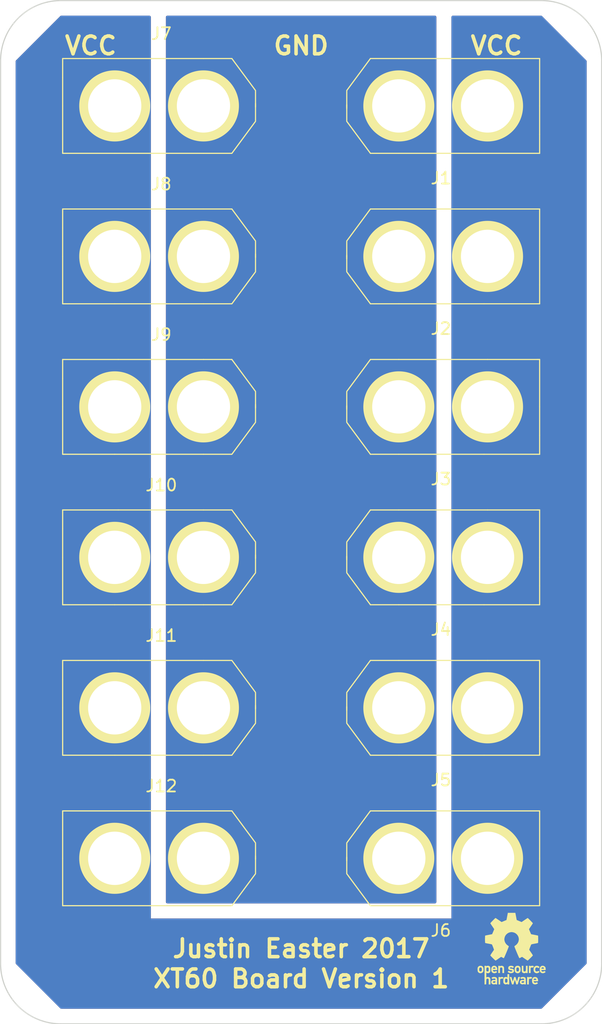
<source format=kicad_pcb>
(kicad_pcb (version 4) (host pcbnew 4.0.7-e2-6376~58~ubuntu16.04.1)

  (general
    (links 22)
    (no_connects 0)
    (area 109.169999 53.289999 165.89762 139.750001)
    (thickness 1.6)
    (drawings 13)
    (tracks 0)
    (zones 0)
    (modules 13)
    (nets 3)
  )

  (page A4)
  (layers
    (0 F.Cu signal)
    (31 B.Cu signal)
    (32 B.Adhes user)
    (33 F.Adhes user)
    (34 B.Paste user)
    (35 F.Paste user)
    (36 B.SilkS user)
    (37 F.SilkS user)
    (38 B.Mask user)
    (39 F.Mask user)
    (40 Dwgs.User user)
    (41 Cmts.User user)
    (42 Eco1.User user)
    (43 Eco2.User user)
    (44 Edge.Cuts user)
    (45 Margin user)
    (46 B.CrtYd user)
    (47 F.CrtYd user)
    (48 B.Fab user)
    (49 F.Fab user)
  )

  (setup
    (last_trace_width 0.25)
    (trace_clearance 0.2)
    (zone_clearance 0.508)
    (zone_45_only no)
    (trace_min 0.2)
    (segment_width 0.2)
    (edge_width 0.1)
    (via_size 0.6)
    (via_drill 0.4)
    (via_min_size 0.4)
    (via_min_drill 0.3)
    (uvia_size 0.3)
    (uvia_drill 0.1)
    (uvias_allowed no)
    (uvia_min_size 0.2)
    (uvia_min_drill 0.1)
    (pcb_text_width 0.3)
    (pcb_text_size 1.5 1.5)
    (mod_edge_width 0.15)
    (mod_text_size 1 1)
    (mod_text_width 0.15)
    (pad_size 1.5 1.5)
    (pad_drill 0.6)
    (pad_to_mask_clearance 0)
    (aux_axis_origin 0 0)
    (visible_elements FFFEFF7F)
    (pcbplotparams
      (layerselection 0x010f0_80000001)
      (usegerberextensions false)
      (excludeedgelayer true)
      (linewidth 0.100000)
      (plotframeref false)
      (viasonmask false)
      (mode 1)
      (useauxorigin false)
      (hpglpennumber 1)
      (hpglpenspeed 20)
      (hpglpendiameter 15)
      (hpglpenoverlay 2)
      (psnegative false)
      (psa4output false)
      (plotreference true)
      (plotvalue true)
      (plotinvisibletext false)
      (padsonsilk false)
      (subtractmaskfromsilk false)
      (outputformat 1)
      (mirror false)
      (drillshape 0)
      (scaleselection 1)
      (outputdirectory ""))
  )

  (net 0 "")
  (net 1 /GND)
  (net 2 /VCC)

  (net_class Default "This is the default net class."
    (clearance 0.2)
    (trace_width 0.25)
    (via_dia 0.6)
    (via_drill 0.4)
    (uvia_dia 0.3)
    (uvia_drill 0.1)
    (add_net /GND)
    (add_net /VCC)
  )

  (module xt60board:XT60 (layer F.Cu) (tedit 572BCE8E) (tstamp 59B72046)
    (at 142.875 62.23)
    (path /59B71E9F)
    (fp_text reference J1 (at 3.556 6.096) (layer F.SilkS)
      (effects (font (size 1 1) (thickness 0.15)))
    )
    (fp_text value XT60 (at 3.2 -5.9) (layer F.Fab)
      (effects (font (size 1 1) (thickness 0.15)))
    )
    (fp_line (start 7.2 4) (end 11.9 4) (layer F.SilkS) (width 0.1))
    (fp_line (start 11.9 4) (end 11.9 2.4) (layer F.SilkS) (width 0.1))
    (fp_line (start 7.5 -4) (end 11.7 -4) (layer F.SilkS) (width 0.1))
    (fp_line (start 11.7 -4) (end 11.8 -4) (layer F.SilkS) (width 0.1))
    (fp_line (start 11.8 -4) (end 11.9 -4) (layer F.SilkS) (width 0.1))
    (fp_line (start 11.9 -4) (end 11.9 0) (layer F.SilkS) (width 0.1))
    (fp_line (start -2.4 4) (end -4.4 1.3) (layer F.SilkS) (width 0.1))
    (fp_line (start -2.4 -4) (end -4.4 -1.3) (layer F.SilkS) (width 0.1))
    (fp_line (start -4.4 0) (end -4.4 1.25) (layer F.SilkS) (width 0.1))
    (fp_line (start -4.4 0) (end -4.4 -1.25) (layer F.SilkS) (width 0.1))
    (fp_line (start 0 4) (end -2.4 4) (layer F.SilkS) (width 0.1))
    (fp_line (start 3 4) (end 0 4) (layer F.SilkS) (width 0.1))
    (fp_line (start 0 -4) (end -2.4 -4) (layer F.SilkS) (width 0.1))
    (fp_line (start 3.1 -4) (end 0 -4) (layer F.SilkS) (width 0.1))
    (fp_line (start -4.4 -0.1) (end -4.4 0.2) (layer F.SilkS) (width 0.1))
    (fp_line (start 11.9 0) (end 11.9 2.4) (layer F.SilkS) (width 0.1))
    (fp_line (start 7.5 -4) (end 3.1 -4) (layer F.SilkS) (width 0.1))
    (fp_line (start 7.2 4) (end 3 4) (layer F.SilkS) (width 0.1))
    (pad 1 thru_hole circle (at 0 0) (size 6 6) (drill 4.5) (layers *.Cu *.Mask F.SilkS)
      (net 1 /GND))
    (pad 2 thru_hole circle (at 7.5 0) (size 6 6) (drill 4.5) (layers *.Cu *.Mask F.SilkS)
      (net 2 /VCC))
  )

  (module xt60board:XT60 (layer F.Cu) (tedit 572BCE8E) (tstamp 59B7204C)
    (at 142.875 74.93)
    (path /59B71F8A)
    (fp_text reference J2 (at 3.556 6.096) (layer F.SilkS)
      (effects (font (size 1 1) (thickness 0.15)))
    )
    (fp_text value XT60 (at 3.2 -5.9) (layer F.Fab)
      (effects (font (size 1 1) (thickness 0.15)))
    )
    (fp_line (start 7.2 4) (end 11.9 4) (layer F.SilkS) (width 0.1))
    (fp_line (start 11.9 4) (end 11.9 2.4) (layer F.SilkS) (width 0.1))
    (fp_line (start 7.5 -4) (end 11.7 -4) (layer F.SilkS) (width 0.1))
    (fp_line (start 11.7 -4) (end 11.8 -4) (layer F.SilkS) (width 0.1))
    (fp_line (start 11.8 -4) (end 11.9 -4) (layer F.SilkS) (width 0.1))
    (fp_line (start 11.9 -4) (end 11.9 0) (layer F.SilkS) (width 0.1))
    (fp_line (start -2.4 4) (end -4.4 1.3) (layer F.SilkS) (width 0.1))
    (fp_line (start -2.4 -4) (end -4.4 -1.3) (layer F.SilkS) (width 0.1))
    (fp_line (start -4.4 0) (end -4.4 1.25) (layer F.SilkS) (width 0.1))
    (fp_line (start -4.4 0) (end -4.4 -1.25) (layer F.SilkS) (width 0.1))
    (fp_line (start 0 4) (end -2.4 4) (layer F.SilkS) (width 0.1))
    (fp_line (start 3 4) (end 0 4) (layer F.SilkS) (width 0.1))
    (fp_line (start 0 -4) (end -2.4 -4) (layer F.SilkS) (width 0.1))
    (fp_line (start 3.1 -4) (end 0 -4) (layer F.SilkS) (width 0.1))
    (fp_line (start -4.4 -0.1) (end -4.4 0.2) (layer F.SilkS) (width 0.1))
    (fp_line (start 11.9 0) (end 11.9 2.4) (layer F.SilkS) (width 0.1))
    (fp_line (start 7.5 -4) (end 3.1 -4) (layer F.SilkS) (width 0.1))
    (fp_line (start 7.2 4) (end 3 4) (layer F.SilkS) (width 0.1))
    (pad 1 thru_hole circle (at 0 0) (size 6 6) (drill 4.5) (layers *.Cu *.Mask F.SilkS)
      (net 1 /GND))
    (pad 2 thru_hole circle (at 7.5 0) (size 6 6) (drill 4.5) (layers *.Cu *.Mask F.SilkS)
      (net 2 /VCC))
  )

  (module xt60board:XT60 (layer F.Cu) (tedit 572BCE8E) (tstamp 59B72052)
    (at 142.875 87.63)
    (path /59B71FDB)
    (fp_text reference J3 (at 3.556 6.096) (layer F.SilkS)
      (effects (font (size 1 1) (thickness 0.15)))
    )
    (fp_text value XT60 (at 3.2 -5.9) (layer F.Fab)
      (effects (font (size 1 1) (thickness 0.15)))
    )
    (fp_line (start 7.2 4) (end 11.9 4) (layer F.SilkS) (width 0.1))
    (fp_line (start 11.9 4) (end 11.9 2.4) (layer F.SilkS) (width 0.1))
    (fp_line (start 7.5 -4) (end 11.7 -4) (layer F.SilkS) (width 0.1))
    (fp_line (start 11.7 -4) (end 11.8 -4) (layer F.SilkS) (width 0.1))
    (fp_line (start 11.8 -4) (end 11.9 -4) (layer F.SilkS) (width 0.1))
    (fp_line (start 11.9 -4) (end 11.9 0) (layer F.SilkS) (width 0.1))
    (fp_line (start -2.4 4) (end -4.4 1.3) (layer F.SilkS) (width 0.1))
    (fp_line (start -2.4 -4) (end -4.4 -1.3) (layer F.SilkS) (width 0.1))
    (fp_line (start -4.4 0) (end -4.4 1.25) (layer F.SilkS) (width 0.1))
    (fp_line (start -4.4 0) (end -4.4 -1.25) (layer F.SilkS) (width 0.1))
    (fp_line (start 0 4) (end -2.4 4) (layer F.SilkS) (width 0.1))
    (fp_line (start 3 4) (end 0 4) (layer F.SilkS) (width 0.1))
    (fp_line (start 0 -4) (end -2.4 -4) (layer F.SilkS) (width 0.1))
    (fp_line (start 3.1 -4) (end 0 -4) (layer F.SilkS) (width 0.1))
    (fp_line (start -4.4 -0.1) (end -4.4 0.2) (layer F.SilkS) (width 0.1))
    (fp_line (start 11.9 0) (end 11.9 2.4) (layer F.SilkS) (width 0.1))
    (fp_line (start 7.5 -4) (end 3.1 -4) (layer F.SilkS) (width 0.1))
    (fp_line (start 7.2 4) (end 3 4) (layer F.SilkS) (width 0.1))
    (pad 1 thru_hole circle (at 0 0) (size 6 6) (drill 4.5) (layers *.Cu *.Mask F.SilkS)
      (net 1 /GND))
    (pad 2 thru_hole circle (at 7.5 0) (size 6 6) (drill 4.5) (layers *.Cu *.Mask F.SilkS)
      (net 2 /VCC))
  )

  (module xt60board:XT60 (layer F.Cu) (tedit 572BCE8E) (tstamp 59B72058)
    (at 142.875 100.33)
    (path /59B72068)
    (fp_text reference J4 (at 3.556 6.096) (layer F.SilkS)
      (effects (font (size 1 1) (thickness 0.15)))
    )
    (fp_text value XT60 (at 3.2 -5.9) (layer F.Fab)
      (effects (font (size 1 1) (thickness 0.15)))
    )
    (fp_line (start 7.2 4) (end 11.9 4) (layer F.SilkS) (width 0.1))
    (fp_line (start 11.9 4) (end 11.9 2.4) (layer F.SilkS) (width 0.1))
    (fp_line (start 7.5 -4) (end 11.7 -4) (layer F.SilkS) (width 0.1))
    (fp_line (start 11.7 -4) (end 11.8 -4) (layer F.SilkS) (width 0.1))
    (fp_line (start 11.8 -4) (end 11.9 -4) (layer F.SilkS) (width 0.1))
    (fp_line (start 11.9 -4) (end 11.9 0) (layer F.SilkS) (width 0.1))
    (fp_line (start -2.4 4) (end -4.4 1.3) (layer F.SilkS) (width 0.1))
    (fp_line (start -2.4 -4) (end -4.4 -1.3) (layer F.SilkS) (width 0.1))
    (fp_line (start -4.4 0) (end -4.4 1.25) (layer F.SilkS) (width 0.1))
    (fp_line (start -4.4 0) (end -4.4 -1.25) (layer F.SilkS) (width 0.1))
    (fp_line (start 0 4) (end -2.4 4) (layer F.SilkS) (width 0.1))
    (fp_line (start 3 4) (end 0 4) (layer F.SilkS) (width 0.1))
    (fp_line (start 0 -4) (end -2.4 -4) (layer F.SilkS) (width 0.1))
    (fp_line (start 3.1 -4) (end 0 -4) (layer F.SilkS) (width 0.1))
    (fp_line (start -4.4 -0.1) (end -4.4 0.2) (layer F.SilkS) (width 0.1))
    (fp_line (start 11.9 0) (end 11.9 2.4) (layer F.SilkS) (width 0.1))
    (fp_line (start 7.5 -4) (end 3.1 -4) (layer F.SilkS) (width 0.1))
    (fp_line (start 7.2 4) (end 3 4) (layer F.SilkS) (width 0.1))
    (pad 1 thru_hole circle (at 0 0) (size 6 6) (drill 4.5) (layers *.Cu *.Mask F.SilkS)
      (net 1 /GND))
    (pad 2 thru_hole circle (at 7.5 0) (size 6 6) (drill 4.5) (layers *.Cu *.Mask F.SilkS)
      (net 2 /VCC))
  )

  (module xt60board:XT60 (layer F.Cu) (tedit 572BCE8E) (tstamp 59B7205E)
    (at 142.875 113.03)
    (path /59B720EB)
    (fp_text reference J5 (at 3.556 6.096) (layer F.SilkS)
      (effects (font (size 1 1) (thickness 0.15)))
    )
    (fp_text value XT60 (at 3.2 -5.9) (layer F.Fab)
      (effects (font (size 1 1) (thickness 0.15)))
    )
    (fp_line (start 7.2 4) (end 11.9 4) (layer F.SilkS) (width 0.1))
    (fp_line (start 11.9 4) (end 11.9 2.4) (layer F.SilkS) (width 0.1))
    (fp_line (start 7.5 -4) (end 11.7 -4) (layer F.SilkS) (width 0.1))
    (fp_line (start 11.7 -4) (end 11.8 -4) (layer F.SilkS) (width 0.1))
    (fp_line (start 11.8 -4) (end 11.9 -4) (layer F.SilkS) (width 0.1))
    (fp_line (start 11.9 -4) (end 11.9 0) (layer F.SilkS) (width 0.1))
    (fp_line (start -2.4 4) (end -4.4 1.3) (layer F.SilkS) (width 0.1))
    (fp_line (start -2.4 -4) (end -4.4 -1.3) (layer F.SilkS) (width 0.1))
    (fp_line (start -4.4 0) (end -4.4 1.25) (layer F.SilkS) (width 0.1))
    (fp_line (start -4.4 0) (end -4.4 -1.25) (layer F.SilkS) (width 0.1))
    (fp_line (start 0 4) (end -2.4 4) (layer F.SilkS) (width 0.1))
    (fp_line (start 3 4) (end 0 4) (layer F.SilkS) (width 0.1))
    (fp_line (start 0 -4) (end -2.4 -4) (layer F.SilkS) (width 0.1))
    (fp_line (start 3.1 -4) (end 0 -4) (layer F.SilkS) (width 0.1))
    (fp_line (start -4.4 -0.1) (end -4.4 0.2) (layer F.SilkS) (width 0.1))
    (fp_line (start 11.9 0) (end 11.9 2.4) (layer F.SilkS) (width 0.1))
    (fp_line (start 7.5 -4) (end 3.1 -4) (layer F.SilkS) (width 0.1))
    (fp_line (start 7.2 4) (end 3 4) (layer F.SilkS) (width 0.1))
    (pad 1 thru_hole circle (at 0 0) (size 6 6) (drill 4.5) (layers *.Cu *.Mask F.SilkS)
      (net 1 /GND))
    (pad 2 thru_hole circle (at 7.5 0) (size 6 6) (drill 4.5) (layers *.Cu *.Mask F.SilkS)
      (net 2 /VCC))
  )

  (module xt60board:XT60 (layer F.Cu) (tedit 572BCE8E) (tstamp 59B72064)
    (at 142.875 125.73)
    (path /59B72162)
    (fp_text reference J6 (at 3.556 6.096) (layer F.SilkS)
      (effects (font (size 1 1) (thickness 0.15)))
    )
    (fp_text value XT60 (at 3.2 -5.9) (layer F.Fab)
      (effects (font (size 1 1) (thickness 0.15)))
    )
    (fp_line (start 7.2 4) (end 11.9 4) (layer F.SilkS) (width 0.1))
    (fp_line (start 11.9 4) (end 11.9 2.4) (layer F.SilkS) (width 0.1))
    (fp_line (start 7.5 -4) (end 11.7 -4) (layer F.SilkS) (width 0.1))
    (fp_line (start 11.7 -4) (end 11.8 -4) (layer F.SilkS) (width 0.1))
    (fp_line (start 11.8 -4) (end 11.9 -4) (layer F.SilkS) (width 0.1))
    (fp_line (start 11.9 -4) (end 11.9 0) (layer F.SilkS) (width 0.1))
    (fp_line (start -2.4 4) (end -4.4 1.3) (layer F.SilkS) (width 0.1))
    (fp_line (start -2.4 -4) (end -4.4 -1.3) (layer F.SilkS) (width 0.1))
    (fp_line (start -4.4 0) (end -4.4 1.25) (layer F.SilkS) (width 0.1))
    (fp_line (start -4.4 0) (end -4.4 -1.25) (layer F.SilkS) (width 0.1))
    (fp_line (start 0 4) (end -2.4 4) (layer F.SilkS) (width 0.1))
    (fp_line (start 3 4) (end 0 4) (layer F.SilkS) (width 0.1))
    (fp_line (start 0 -4) (end -2.4 -4) (layer F.SilkS) (width 0.1))
    (fp_line (start 3.1 -4) (end 0 -4) (layer F.SilkS) (width 0.1))
    (fp_line (start -4.4 -0.1) (end -4.4 0.2) (layer F.SilkS) (width 0.1))
    (fp_line (start 11.9 0) (end 11.9 2.4) (layer F.SilkS) (width 0.1))
    (fp_line (start 7.5 -4) (end 3.1 -4) (layer F.SilkS) (width 0.1))
    (fp_line (start 7.2 4) (end 3 4) (layer F.SilkS) (width 0.1))
    (pad 1 thru_hole circle (at 0 0) (size 6 6) (drill 4.5) (layers *.Cu *.Mask F.SilkS)
      (net 1 /GND))
    (pad 2 thru_hole circle (at 7.5 0) (size 6 6) (drill 4.5) (layers *.Cu *.Mask F.SilkS)
      (net 2 /VCC))
  )

  (module xt60board:XT60 (layer F.Cu) (tedit 572BCE8E) (tstamp 59B7206A)
    (at 126.365 62.23 180)
    (path /59B721E7)
    (fp_text reference J7 (at 3.556 6.096 180) (layer F.SilkS)
      (effects (font (size 1 1) (thickness 0.15)))
    )
    (fp_text value XT60 (at 3.2 -5.9 180) (layer F.Fab)
      (effects (font (size 1 1) (thickness 0.15)))
    )
    (fp_line (start 7.2 4) (end 11.9 4) (layer F.SilkS) (width 0.1))
    (fp_line (start 11.9 4) (end 11.9 2.4) (layer F.SilkS) (width 0.1))
    (fp_line (start 7.5 -4) (end 11.7 -4) (layer F.SilkS) (width 0.1))
    (fp_line (start 11.7 -4) (end 11.8 -4) (layer F.SilkS) (width 0.1))
    (fp_line (start 11.8 -4) (end 11.9 -4) (layer F.SilkS) (width 0.1))
    (fp_line (start 11.9 -4) (end 11.9 0) (layer F.SilkS) (width 0.1))
    (fp_line (start -2.4 4) (end -4.4 1.3) (layer F.SilkS) (width 0.1))
    (fp_line (start -2.4 -4) (end -4.4 -1.3) (layer F.SilkS) (width 0.1))
    (fp_line (start -4.4 0) (end -4.4 1.25) (layer F.SilkS) (width 0.1))
    (fp_line (start -4.4 0) (end -4.4 -1.25) (layer F.SilkS) (width 0.1))
    (fp_line (start 0 4) (end -2.4 4) (layer F.SilkS) (width 0.1))
    (fp_line (start 3 4) (end 0 4) (layer F.SilkS) (width 0.1))
    (fp_line (start 0 -4) (end -2.4 -4) (layer F.SilkS) (width 0.1))
    (fp_line (start 3.1 -4) (end 0 -4) (layer F.SilkS) (width 0.1))
    (fp_line (start -4.4 -0.1) (end -4.4 0.2) (layer F.SilkS) (width 0.1))
    (fp_line (start 11.9 0) (end 11.9 2.4) (layer F.SilkS) (width 0.1))
    (fp_line (start 7.5 -4) (end 3.1 -4) (layer F.SilkS) (width 0.1))
    (fp_line (start 7.2 4) (end 3 4) (layer F.SilkS) (width 0.1))
    (pad 1 thru_hole circle (at 0 0 180) (size 6 6) (drill 4.5) (layers *.Cu *.Mask F.SilkS)
      (net 1 /GND))
    (pad 2 thru_hole circle (at 7.5 0 180) (size 6 6) (drill 4.5) (layers *.Cu *.Mask F.SilkS)
      (net 2 /VCC))
  )

  (module xt60board:XT60 (layer F.Cu) (tedit 572BCE8E) (tstamp 59B72070)
    (at 126.365 74.93 180)
    (path /59B72363)
    (fp_text reference J8 (at 3.556 6.096 180) (layer F.SilkS)
      (effects (font (size 1 1) (thickness 0.15)))
    )
    (fp_text value XT60 (at 3.2 -5.9 180) (layer F.Fab)
      (effects (font (size 1 1) (thickness 0.15)))
    )
    (fp_line (start 7.2 4) (end 11.9 4) (layer F.SilkS) (width 0.1))
    (fp_line (start 11.9 4) (end 11.9 2.4) (layer F.SilkS) (width 0.1))
    (fp_line (start 7.5 -4) (end 11.7 -4) (layer F.SilkS) (width 0.1))
    (fp_line (start 11.7 -4) (end 11.8 -4) (layer F.SilkS) (width 0.1))
    (fp_line (start 11.8 -4) (end 11.9 -4) (layer F.SilkS) (width 0.1))
    (fp_line (start 11.9 -4) (end 11.9 0) (layer F.SilkS) (width 0.1))
    (fp_line (start -2.4 4) (end -4.4 1.3) (layer F.SilkS) (width 0.1))
    (fp_line (start -2.4 -4) (end -4.4 -1.3) (layer F.SilkS) (width 0.1))
    (fp_line (start -4.4 0) (end -4.4 1.25) (layer F.SilkS) (width 0.1))
    (fp_line (start -4.4 0) (end -4.4 -1.25) (layer F.SilkS) (width 0.1))
    (fp_line (start 0 4) (end -2.4 4) (layer F.SilkS) (width 0.1))
    (fp_line (start 3 4) (end 0 4) (layer F.SilkS) (width 0.1))
    (fp_line (start 0 -4) (end -2.4 -4) (layer F.SilkS) (width 0.1))
    (fp_line (start 3.1 -4) (end 0 -4) (layer F.SilkS) (width 0.1))
    (fp_line (start -4.4 -0.1) (end -4.4 0.2) (layer F.SilkS) (width 0.1))
    (fp_line (start 11.9 0) (end 11.9 2.4) (layer F.SilkS) (width 0.1))
    (fp_line (start 7.5 -4) (end 3.1 -4) (layer F.SilkS) (width 0.1))
    (fp_line (start 7.2 4) (end 3 4) (layer F.SilkS) (width 0.1))
    (pad 1 thru_hole circle (at 0 0 180) (size 6 6) (drill 4.5) (layers *.Cu *.Mask F.SilkS)
      (net 1 /GND))
    (pad 2 thru_hole circle (at 7.5 0 180) (size 6 6) (drill 4.5) (layers *.Cu *.Mask F.SilkS)
      (net 2 /VCC))
  )

  (module xt60board:XT60 (layer F.Cu) (tedit 572BCE8E) (tstamp 59B72076)
    (at 126.365 87.63 180)
    (path /59B723D8)
    (fp_text reference J9 (at 3.556 6.096 180) (layer F.SilkS)
      (effects (font (size 1 1) (thickness 0.15)))
    )
    (fp_text value XT60 (at 3.2 -5.9 180) (layer F.Fab)
      (effects (font (size 1 1) (thickness 0.15)))
    )
    (fp_line (start 7.2 4) (end 11.9 4) (layer F.SilkS) (width 0.1))
    (fp_line (start 11.9 4) (end 11.9 2.4) (layer F.SilkS) (width 0.1))
    (fp_line (start 7.5 -4) (end 11.7 -4) (layer F.SilkS) (width 0.1))
    (fp_line (start 11.7 -4) (end 11.8 -4) (layer F.SilkS) (width 0.1))
    (fp_line (start 11.8 -4) (end 11.9 -4) (layer F.SilkS) (width 0.1))
    (fp_line (start 11.9 -4) (end 11.9 0) (layer F.SilkS) (width 0.1))
    (fp_line (start -2.4 4) (end -4.4 1.3) (layer F.SilkS) (width 0.1))
    (fp_line (start -2.4 -4) (end -4.4 -1.3) (layer F.SilkS) (width 0.1))
    (fp_line (start -4.4 0) (end -4.4 1.25) (layer F.SilkS) (width 0.1))
    (fp_line (start -4.4 0) (end -4.4 -1.25) (layer F.SilkS) (width 0.1))
    (fp_line (start 0 4) (end -2.4 4) (layer F.SilkS) (width 0.1))
    (fp_line (start 3 4) (end 0 4) (layer F.SilkS) (width 0.1))
    (fp_line (start 0 -4) (end -2.4 -4) (layer F.SilkS) (width 0.1))
    (fp_line (start 3.1 -4) (end 0 -4) (layer F.SilkS) (width 0.1))
    (fp_line (start -4.4 -0.1) (end -4.4 0.2) (layer F.SilkS) (width 0.1))
    (fp_line (start 11.9 0) (end 11.9 2.4) (layer F.SilkS) (width 0.1))
    (fp_line (start 7.5 -4) (end 3.1 -4) (layer F.SilkS) (width 0.1))
    (fp_line (start 7.2 4) (end 3 4) (layer F.SilkS) (width 0.1))
    (pad 1 thru_hole circle (at 0 0 180) (size 6 6) (drill 4.5) (layers *.Cu *.Mask F.SilkS)
      (net 1 /GND))
    (pad 2 thru_hole circle (at 7.5 0 180) (size 6 6) (drill 4.5) (layers *.Cu *.Mask F.SilkS)
      (net 2 /VCC))
  )

  (module xt60board:XT60 (layer F.Cu) (tedit 572BCE8E) (tstamp 59B7207C)
    (at 126.365 100.33 180)
    (path /59B72471)
    (fp_text reference J10 (at 3.556 6.096 180) (layer F.SilkS)
      (effects (font (size 1 1) (thickness 0.15)))
    )
    (fp_text value XT60 (at 3.2 -5.9 180) (layer F.Fab)
      (effects (font (size 1 1) (thickness 0.15)))
    )
    (fp_line (start 7.2 4) (end 11.9 4) (layer F.SilkS) (width 0.1))
    (fp_line (start 11.9 4) (end 11.9 2.4) (layer F.SilkS) (width 0.1))
    (fp_line (start 7.5 -4) (end 11.7 -4) (layer F.SilkS) (width 0.1))
    (fp_line (start 11.7 -4) (end 11.8 -4) (layer F.SilkS) (width 0.1))
    (fp_line (start 11.8 -4) (end 11.9 -4) (layer F.SilkS) (width 0.1))
    (fp_line (start 11.9 -4) (end 11.9 0) (layer F.SilkS) (width 0.1))
    (fp_line (start -2.4 4) (end -4.4 1.3) (layer F.SilkS) (width 0.1))
    (fp_line (start -2.4 -4) (end -4.4 -1.3) (layer F.SilkS) (width 0.1))
    (fp_line (start -4.4 0) (end -4.4 1.25) (layer F.SilkS) (width 0.1))
    (fp_line (start -4.4 0) (end -4.4 -1.25) (layer F.SilkS) (width 0.1))
    (fp_line (start 0 4) (end -2.4 4) (layer F.SilkS) (width 0.1))
    (fp_line (start 3 4) (end 0 4) (layer F.SilkS) (width 0.1))
    (fp_line (start 0 -4) (end -2.4 -4) (layer F.SilkS) (width 0.1))
    (fp_line (start 3.1 -4) (end 0 -4) (layer F.SilkS) (width 0.1))
    (fp_line (start -4.4 -0.1) (end -4.4 0.2) (layer F.SilkS) (width 0.1))
    (fp_line (start 11.9 0) (end 11.9 2.4) (layer F.SilkS) (width 0.1))
    (fp_line (start 7.5 -4) (end 3.1 -4) (layer F.SilkS) (width 0.1))
    (fp_line (start 7.2 4) (end 3 4) (layer F.SilkS) (width 0.1))
    (pad 1 thru_hole circle (at 0 0 180) (size 6 6) (drill 4.5) (layers *.Cu *.Mask F.SilkS)
      (net 1 /GND))
    (pad 2 thru_hole circle (at 7.5 0 180) (size 6 6) (drill 4.5) (layers *.Cu *.Mask F.SilkS)
      (net 2 /VCC))
  )

  (module xt60board:XT60 (layer F.Cu) (tedit 572BCE8E) (tstamp 59B72082)
    (at 126.365 113.03 180)
    (path /59B72528)
    (fp_text reference J11 (at 3.556 6.096 180) (layer F.SilkS)
      (effects (font (size 1 1) (thickness 0.15)))
    )
    (fp_text value XT60 (at 3.2 -5.9 180) (layer F.Fab)
      (effects (font (size 1 1) (thickness 0.15)))
    )
    (fp_line (start 7.2 4) (end 11.9 4) (layer F.SilkS) (width 0.1))
    (fp_line (start 11.9 4) (end 11.9 2.4) (layer F.SilkS) (width 0.1))
    (fp_line (start 7.5 -4) (end 11.7 -4) (layer F.SilkS) (width 0.1))
    (fp_line (start 11.7 -4) (end 11.8 -4) (layer F.SilkS) (width 0.1))
    (fp_line (start 11.8 -4) (end 11.9 -4) (layer F.SilkS) (width 0.1))
    (fp_line (start 11.9 -4) (end 11.9 0) (layer F.SilkS) (width 0.1))
    (fp_line (start -2.4 4) (end -4.4 1.3) (layer F.SilkS) (width 0.1))
    (fp_line (start -2.4 -4) (end -4.4 -1.3) (layer F.SilkS) (width 0.1))
    (fp_line (start -4.4 0) (end -4.4 1.25) (layer F.SilkS) (width 0.1))
    (fp_line (start -4.4 0) (end -4.4 -1.25) (layer F.SilkS) (width 0.1))
    (fp_line (start 0 4) (end -2.4 4) (layer F.SilkS) (width 0.1))
    (fp_line (start 3 4) (end 0 4) (layer F.SilkS) (width 0.1))
    (fp_line (start 0 -4) (end -2.4 -4) (layer F.SilkS) (width 0.1))
    (fp_line (start 3.1 -4) (end 0 -4) (layer F.SilkS) (width 0.1))
    (fp_line (start -4.4 -0.1) (end -4.4 0.2) (layer F.SilkS) (width 0.1))
    (fp_line (start 11.9 0) (end 11.9 2.4) (layer F.SilkS) (width 0.1))
    (fp_line (start 7.5 -4) (end 3.1 -4) (layer F.SilkS) (width 0.1))
    (fp_line (start 7.2 4) (end 3 4) (layer F.SilkS) (width 0.1))
    (pad 1 thru_hole circle (at 0 0 180) (size 6 6) (drill 4.5) (layers *.Cu *.Mask F.SilkS)
      (net 1 /GND))
    (pad 2 thru_hole circle (at 7.5 0 180) (size 6 6) (drill 4.5) (layers *.Cu *.Mask F.SilkS)
      (net 2 /VCC))
  )

  (module xt60board:XT60 (layer F.Cu) (tedit 572BCE8E) (tstamp 59B72088)
    (at 126.365 125.73 180)
    (path /59B725A3)
    (fp_text reference J12 (at 3.556 6.096 180) (layer F.SilkS)
      (effects (font (size 1 1) (thickness 0.15)))
    )
    (fp_text value XT60 (at 3.2 -5.9 180) (layer F.Fab)
      (effects (font (size 1 1) (thickness 0.15)))
    )
    (fp_line (start 7.2 4) (end 11.9 4) (layer F.SilkS) (width 0.1))
    (fp_line (start 11.9 4) (end 11.9 2.4) (layer F.SilkS) (width 0.1))
    (fp_line (start 7.5 -4) (end 11.7 -4) (layer F.SilkS) (width 0.1))
    (fp_line (start 11.7 -4) (end 11.8 -4) (layer F.SilkS) (width 0.1))
    (fp_line (start 11.8 -4) (end 11.9 -4) (layer F.SilkS) (width 0.1))
    (fp_line (start 11.9 -4) (end 11.9 0) (layer F.SilkS) (width 0.1))
    (fp_line (start -2.4 4) (end -4.4 1.3) (layer F.SilkS) (width 0.1))
    (fp_line (start -2.4 -4) (end -4.4 -1.3) (layer F.SilkS) (width 0.1))
    (fp_line (start -4.4 0) (end -4.4 1.25) (layer F.SilkS) (width 0.1))
    (fp_line (start -4.4 0) (end -4.4 -1.25) (layer F.SilkS) (width 0.1))
    (fp_line (start 0 4) (end -2.4 4) (layer F.SilkS) (width 0.1))
    (fp_line (start 3 4) (end 0 4) (layer F.SilkS) (width 0.1))
    (fp_line (start 0 -4) (end -2.4 -4) (layer F.SilkS) (width 0.1))
    (fp_line (start 3.1 -4) (end 0 -4) (layer F.SilkS) (width 0.1))
    (fp_line (start -4.4 -0.1) (end -4.4 0.2) (layer F.SilkS) (width 0.1))
    (fp_line (start 11.9 0) (end 11.9 2.4) (layer F.SilkS) (width 0.1))
    (fp_line (start 7.5 -4) (end 3.1 -4) (layer F.SilkS) (width 0.1))
    (fp_line (start 7.2 4) (end 3 4) (layer F.SilkS) (width 0.1))
    (pad 1 thru_hole circle (at 0 0 180) (size 6 6) (drill 4.5) (layers *.Cu *.Mask F.SilkS)
      (net 1 /GND))
    (pad 2 thru_hole circle (at 7.5 0 180) (size 6 6) (drill 4.5) (layers *.Cu *.Mask F.SilkS)
      (net 2 /VCC))
  )

  (module Symbols:OSHW-Logo_5.7x6mm_SilkScreen (layer F.Cu) (tedit 0) (tstamp 59B72E77)
    (at 152.4 133.35)
    (descr "Open Source Hardware Logo")
    (tags "Logo OSHW")
    (attr virtual)
    (fp_text reference REF*** (at 0 0) (layer F.SilkS) hide
      (effects (font (size 1 1) (thickness 0.15)))
    )
    (fp_text value OSHW-Logo_5.7x6mm_SilkScreen (at 0.75 0) (layer F.Fab) hide
      (effects (font (size 1 1) (thickness 0.15)))
    )
    (fp_poly (pts (xy -1.908759 1.469184) (xy -1.882247 1.482282) (xy -1.849553 1.505106) (xy -1.825725 1.529996)
      (xy -1.809406 1.561249) (xy -1.79924 1.603166) (xy -1.793872 1.660044) (xy -1.791944 1.736184)
      (xy -1.791831 1.768917) (xy -1.792161 1.840656) (xy -1.793527 1.891927) (xy -1.7965 1.927404)
      (xy -1.801649 1.951763) (xy -1.809543 1.96968) (xy -1.817757 1.981902) (xy -1.870187 2.033905)
      (xy -1.93193 2.065184) (xy -1.998536 2.074592) (xy -2.065558 2.06098) (xy -2.086792 2.051354)
      (xy -2.137624 2.024859) (xy -2.137624 2.440052) (xy -2.100525 2.420868) (xy -2.051643 2.406025)
      (xy -1.991561 2.402222) (xy -1.931564 2.409243) (xy -1.886256 2.425013) (xy -1.848675 2.455047)
      (xy -1.816564 2.498024) (xy -1.81415 2.502436) (xy -1.803967 2.523221) (xy -1.79653 2.54417)
      (xy -1.791411 2.569548) (xy -1.788181 2.603618) (xy -1.786413 2.650641) (xy -1.785677 2.714882)
      (xy -1.785544 2.787176) (xy -1.785544 3.017822) (xy -1.923861 3.017822) (xy -1.923861 2.592533)
      (xy -1.962549 2.559979) (xy -2.002738 2.53394) (xy -2.040797 2.529205) (xy -2.079066 2.541389)
      (xy -2.099462 2.55332) (xy -2.114642 2.570313) (xy -2.125438 2.595995) (xy -2.132683 2.633991)
      (xy -2.137208 2.687926) (xy -2.139844 2.761425) (xy -2.140772 2.810347) (xy -2.143911 3.011535)
      (xy -2.209926 3.015336) (xy -2.27594 3.019136) (xy -2.27594 1.77065) (xy -2.137624 1.77065)
      (xy -2.134097 1.840254) (xy -2.122215 1.888569) (xy -2.10002 1.918631) (xy -2.065559 1.933471)
      (xy -2.030742 1.936436) (xy -1.991329 1.933028) (xy -1.965171 1.919617) (xy -1.948814 1.901896)
      (xy -1.935937 1.882835) (xy -1.928272 1.861601) (xy -1.924861 1.831849) (xy -1.924749 1.787236)
      (xy -1.925897 1.74988) (xy -1.928532 1.693604) (xy -1.932456 1.656658) (xy -1.939063 1.633223)
      (xy -1.949749 1.61748) (xy -1.959833 1.60838) (xy -2.00197 1.588537) (xy -2.05184 1.585332)
      (xy -2.080476 1.592168) (xy -2.108828 1.616464) (xy -2.127609 1.663728) (xy -2.136712 1.733624)
      (xy -2.137624 1.77065) (xy -2.27594 1.77065) (xy -2.27594 1.458614) (xy -2.206782 1.458614)
      (xy -2.16526 1.460256) (xy -2.143838 1.466087) (xy -2.137626 1.477461) (xy -2.137624 1.477798)
      (xy -2.134742 1.488938) (xy -2.12203 1.487673) (xy -2.096757 1.475433) (xy -2.037869 1.456707)
      (xy -1.971615 1.454739) (xy -1.908759 1.469184)) (layer F.SilkS) (width 0.01))
    (fp_poly (pts (xy -1.38421 2.406555) (xy -1.325055 2.422339) (xy -1.280023 2.450948) (xy -1.248246 2.488419)
      (xy -1.238366 2.504411) (xy -1.231073 2.521163) (xy -1.225974 2.542592) (xy -1.222679 2.572616)
      (xy -1.220797 2.615154) (xy -1.219937 2.674122) (xy -1.219707 2.75344) (xy -1.219703 2.774484)
      (xy -1.219703 3.017822) (xy -1.280059 3.017822) (xy -1.318557 3.015126) (xy -1.347023 3.008295)
      (xy -1.354155 3.004083) (xy -1.373652 2.996813) (xy -1.393566 3.004083) (xy -1.426353 3.01316)
      (xy -1.473978 3.016813) (xy -1.526764 3.015228) (xy -1.575036 3.008589) (xy -1.603218 3.000072)
      (xy -1.657753 2.965063) (xy -1.691835 2.916479) (xy -1.707157 2.851882) (xy -1.707299 2.850223)
      (xy -1.705955 2.821566) (xy -1.584356 2.821566) (xy -1.573726 2.854161) (xy -1.55641 2.872505)
      (xy -1.521652 2.886379) (xy -1.475773 2.891917) (xy -1.428988 2.889191) (xy -1.391514 2.878274)
      (xy -1.381015 2.871269) (xy -1.362668 2.838904) (xy -1.35802 2.802111) (xy -1.35802 2.753763)
      (xy -1.427582 2.753763) (xy -1.493667 2.75885) (xy -1.543764 2.773263) (xy -1.574929 2.795729)
      (xy -1.584356 2.821566) (xy -1.705955 2.821566) (xy -1.703987 2.779647) (xy -1.68071 2.723845)
      (xy -1.636948 2.681647) (xy -1.630899 2.677808) (xy -1.604907 2.665309) (xy -1.572735 2.65774)
      (xy -1.52776 2.654061) (xy -1.474331 2.653216) (xy -1.35802 2.653169) (xy -1.35802 2.604411)
      (xy -1.362953 2.566581) (xy -1.375543 2.541236) (xy -1.377017 2.539887) (xy -1.405034 2.5288)
      (xy -1.447326 2.524503) (xy -1.494064 2.526615) (xy -1.535418 2.534756) (xy -1.559957 2.546965)
      (xy -1.573253 2.556746) (xy -1.587294 2.558613) (xy -1.606671 2.5506) (xy -1.635976 2.530739)
      (xy -1.679803 2.497063) (xy -1.683825 2.493909) (xy -1.681764 2.482236) (xy -1.664568 2.462822)
      (xy -1.638433 2.441248) (xy -1.609552 2.423096) (xy -1.600478 2.418809) (xy -1.56738 2.410256)
      (xy -1.51888 2.404155) (xy -1.464695 2.401708) (xy -1.462161 2.401703) (xy -1.38421 2.406555)) (layer F.SilkS) (width 0.01))
    (fp_poly (pts (xy -0.993356 2.40302) (xy -0.974539 2.40866) (xy -0.968473 2.421053) (xy -0.968218 2.426647)
      (xy -0.967129 2.44223) (xy -0.959632 2.444676) (xy -0.939381 2.433993) (xy -0.927351 2.426694)
      (xy -0.8894 2.411063) (xy -0.844072 2.403334) (xy -0.796544 2.40274) (xy -0.751995 2.408513)
      (xy -0.715602 2.419884) (xy -0.692543 2.436088) (xy -0.687996 2.456355) (xy -0.690291 2.461843)
      (xy -0.70702 2.484626) (xy -0.732963 2.512647) (xy -0.737655 2.517177) (xy -0.762383 2.538005)
      (xy -0.783718 2.544735) (xy -0.813555 2.540038) (xy -0.825508 2.536917) (xy -0.862705 2.529421)
      (xy -0.888859 2.532792) (xy -0.910946 2.544681) (xy -0.931178 2.560635) (xy -0.946079 2.5807)
      (xy -0.956434 2.608702) (xy -0.963029 2.648467) (xy -0.966649 2.703823) (xy -0.968078 2.778594)
      (xy -0.968218 2.82374) (xy -0.968218 3.017822) (xy -1.09396 3.017822) (xy -1.09396 2.401683)
      (xy -1.031089 2.401683) (xy -0.993356 2.40302)) (layer F.SilkS) (width 0.01))
    (fp_poly (pts (xy -0.201188 3.017822) (xy -0.270346 3.017822) (xy -0.310488 3.016645) (xy -0.331394 3.011772)
      (xy -0.338922 3.001186) (xy -0.339505 2.994029) (xy -0.340774 2.979676) (xy -0.348779 2.976923)
      (xy -0.369815 2.985771) (xy -0.386173 2.994029) (xy -0.448977 3.013597) (xy -0.517248 3.014729)
      (xy -0.572752 3.000135) (xy -0.624438 2.964877) (xy -0.663838 2.912835) (xy -0.685413 2.85145)
      (xy -0.685962 2.848018) (xy -0.689167 2.810571) (xy -0.690761 2.756813) (xy -0.690633 2.716155)
      (xy -0.553279 2.716155) (xy -0.550097 2.770194) (xy -0.542859 2.814735) (xy -0.53306 2.839888)
      (xy -0.495989 2.87426) (xy -0.451974 2.886582) (xy -0.406584 2.876618) (xy -0.367797 2.846895)
      (xy -0.353108 2.826905) (xy -0.344519 2.80305) (xy -0.340496 2.76823) (xy -0.339505 2.71593)
      (xy -0.341278 2.664139) (xy -0.345963 2.618634) (xy -0.352603 2.588181) (xy -0.35371 2.585452)
      (xy -0.380491 2.553) (xy -0.419579 2.535183) (xy -0.463315 2.532306) (xy -0.504038 2.544674)
      (xy -0.534087 2.572593) (xy -0.537204 2.578148) (xy -0.546961 2.612022) (xy -0.552277 2.660728)
      (xy -0.553279 2.716155) (xy -0.690633 2.716155) (xy -0.690568 2.69554) (xy -0.689664 2.662563)
      (xy -0.683514 2.580981) (xy -0.670733 2.51973) (xy -0.649471 2.474449) (xy -0.617878 2.440779)
      (xy -0.587207 2.421014) (xy -0.544354 2.40712) (xy -0.491056 2.402354) (xy -0.43648 2.406236)
      (xy -0.389792 2.418282) (xy -0.365124 2.432693) (xy -0.339505 2.455878) (xy -0.339505 2.162773)
      (xy -0.201188 2.162773) (xy -0.201188 3.017822)) (layer F.SilkS) (width 0.01))
    (fp_poly (pts (xy 0.281524 2.404237) (xy 0.331255 2.407971) (xy 0.461291 2.797773) (xy 0.481678 2.728614)
      (xy 0.493946 2.685874) (xy 0.510085 2.628115) (xy 0.527512 2.564625) (xy 0.536726 2.53057)
      (xy 0.571388 2.401683) (xy 0.714391 2.401683) (xy 0.671646 2.536857) (xy 0.650596 2.603342)
      (xy 0.625167 2.683539) (xy 0.59861 2.767193) (xy 0.574902 2.841782) (xy 0.520902 3.011535)
      (xy 0.462598 3.015328) (xy 0.404295 3.019122) (xy 0.372679 2.914734) (xy 0.353182 2.849889)
      (xy 0.331904 2.7784) (xy 0.313308 2.715263) (xy 0.312574 2.71275) (xy 0.298684 2.669969)
      (xy 0.286429 2.640779) (xy 0.277846 2.629741) (xy 0.276082 2.631018) (xy 0.269891 2.64813)
      (xy 0.258128 2.684787) (xy 0.242225 2.736378) (xy 0.223614 2.798294) (xy 0.213543 2.832352)
      (xy 0.159007 3.017822) (xy 0.043264 3.017822) (xy -0.049263 2.725471) (xy -0.075256 2.643462)
      (xy -0.098934 2.568987) (xy -0.11918 2.505544) (xy -0.134874 2.456632) (xy -0.144898 2.425749)
      (xy -0.147945 2.416726) (xy -0.145533 2.407487) (xy -0.126592 2.403441) (xy -0.087177 2.403846)
      (xy -0.081007 2.404152) (xy -0.007914 2.407971) (xy 0.039957 2.58401) (xy 0.057553 2.648211)
      (xy 0.073277 2.704649) (xy 0.085746 2.748422) (xy 0.093574 2.77463) (xy 0.09502 2.778903)
      (xy 0.101014 2.77399) (xy 0.113101 2.748532) (xy 0.129893 2.705997) (xy 0.150003 2.64985)
      (xy 0.167003 2.59913) (xy 0.231794 2.400504) (xy 0.281524 2.404237)) (layer F.SilkS) (width 0.01))
    (fp_poly (pts (xy 1.038411 2.405417) (xy 1.091411 2.41829) (xy 1.106731 2.42511) (xy 1.136428 2.442974)
      (xy 1.15922 2.463093) (xy 1.176083 2.488962) (xy 1.187998 2.524073) (xy 1.195942 2.57192)
      (xy 1.200894 2.635996) (xy 1.203831 2.719794) (xy 1.204947 2.775768) (xy 1.209052 3.017822)
      (xy 1.138932 3.017822) (xy 1.096393 3.016038) (xy 1.074476 3.009942) (xy 1.068812 2.999706)
      (xy 1.065821 2.988637) (xy 1.052451 2.990754) (xy 1.034233 2.999629) (xy 0.988624 3.013233)
      (xy 0.930007 3.016899) (xy 0.868354 3.010903) (xy 0.813638 2.995521) (xy 0.80873 2.993386)
      (xy 0.758723 2.958255) (xy 0.725756 2.909419) (xy 0.710587 2.852333) (xy 0.711746 2.831824)
      (xy 0.835508 2.831824) (xy 0.846413 2.859425) (xy 0.878745 2.879204) (xy 0.93091 2.889819)
      (xy 0.958787 2.891228) (xy 1.005247 2.88762) (xy 1.036129 2.873597) (xy 1.043664 2.866931)
      (xy 1.064076 2.830666) (xy 1.068812 2.797773) (xy 1.068812 2.753763) (xy 1.007513 2.753763)
      (xy 0.936256 2.757395) (xy 0.886276 2.768818) (xy 0.854696 2.788824) (xy 0.847626 2.797743)
      (xy 0.835508 2.831824) (xy 0.711746 2.831824) (xy 0.713971 2.792456) (xy 0.736663 2.735244)
      (xy 0.767624 2.69658) (xy 0.786376 2.679864) (xy 0.804733 2.668878) (xy 0.828619 2.66218)
      (xy 0.863957 2.658326) (xy 0.916669 2.655873) (xy 0.937577 2.655168) (xy 1.068812 2.650879)
      (xy 1.06862 2.611158) (xy 1.063537 2.569405) (xy 1.045162 2.544158) (xy 1.008039 2.52803)
      (xy 1.007043 2.527742) (xy 0.95441 2.5214) (xy 0.902906 2.529684) (xy 0.86463 2.549827)
      (xy 0.849272 2.559773) (xy 0.83273 2.558397) (xy 0.807275 2.543987) (xy 0.792328 2.533817)
      (xy 0.763091 2.512088) (xy 0.74498 2.4958) (xy 0.742074 2.491137) (xy 0.75404 2.467005)
      (xy 0.789396 2.438185) (xy 0.804753 2.428461) (xy 0.848901 2.411714) (xy 0.908398 2.402227)
      (xy 0.974487 2.400095) (xy 1.038411 2.405417)) (layer F.SilkS) (width 0.01))
    (fp_poly (pts (xy 1.635255 2.401486) (xy 1.683595 2.411015) (xy 1.711114 2.425125) (xy 1.740064 2.448568)
      (xy 1.698876 2.500571) (xy 1.673482 2.532064) (xy 1.656238 2.547428) (xy 1.639102 2.549776)
      (xy 1.614027 2.542217) (xy 1.602257 2.537941) (xy 1.55427 2.531631) (xy 1.510324 2.545156)
      (xy 1.47806 2.57571) (xy 1.472819 2.585452) (xy 1.467112 2.611258) (xy 1.462706 2.658817)
      (xy 1.459811 2.724758) (xy 1.458631 2.80571) (xy 1.458614 2.817226) (xy 1.458614 3.017822)
      (xy 1.320297 3.017822) (xy 1.320297 2.401683) (xy 1.389456 2.401683) (xy 1.429333 2.402725)
      (xy 1.450107 2.407358) (xy 1.457789 2.417849) (xy 1.458614 2.427745) (xy 1.458614 2.453806)
      (xy 1.491745 2.427745) (xy 1.529735 2.409965) (xy 1.58077 2.401174) (xy 1.635255 2.401486)) (layer F.SilkS) (width 0.01))
    (fp_poly (pts (xy 2.032581 2.40497) (xy 2.092685 2.420597) (xy 2.143021 2.452848) (xy 2.167393 2.47694)
      (xy 2.207345 2.533895) (xy 2.230242 2.599965) (xy 2.238108 2.681182) (xy 2.238148 2.687748)
      (xy 2.238218 2.753763) (xy 1.858264 2.753763) (xy 1.866363 2.788342) (xy 1.880987 2.819659)
      (xy 1.906581 2.852291) (xy 1.911935 2.8575) (xy 1.957943 2.885694) (xy 2.01041 2.890475)
      (xy 2.070803 2.871926) (xy 2.08104 2.866931) (xy 2.112439 2.851745) (xy 2.13347 2.843094)
      (xy 2.137139 2.842293) (xy 2.149948 2.850063) (xy 2.174378 2.869072) (xy 2.186779 2.87946)
      (xy 2.212476 2.903321) (xy 2.220915 2.919077) (xy 2.215058 2.933571) (xy 2.211928 2.937534)
      (xy 2.190725 2.954879) (xy 2.155738 2.975959) (xy 2.131337 2.988265) (xy 2.062072 3.009946)
      (xy 1.985388 3.016971) (xy 1.912765 3.008647) (xy 1.892426 3.002686) (xy 1.829476 2.968952)
      (xy 1.782815 2.917045) (xy 1.752173 2.846459) (xy 1.737282 2.756692) (xy 1.735647 2.709753)
      (xy 1.740421 2.641413) (xy 1.86099 2.641413) (xy 1.872652 2.646465) (xy 1.903998 2.650429)
      (xy 1.949571 2.652768) (xy 1.980446 2.653169) (xy 2.035981 2.652783) (xy 2.071033 2.650975)
      (xy 2.090262 2.646773) (xy 2.09833 2.639203) (xy 2.099901 2.628218) (xy 2.089121 2.594381)
      (xy 2.06198 2.56094) (xy 2.026277 2.535272) (xy 1.99056 2.524772) (xy 1.942048 2.534086)
      (xy 1.900053 2.561013) (xy 1.870936 2.599827) (xy 1.86099 2.641413) (xy 1.740421 2.641413)
      (xy 1.742599 2.610236) (xy 1.764055 2.530949) (xy 1.80047 2.471263) (xy 1.852297 2.430549)
      (xy 1.91999 2.408179) (xy 1.956662 2.403871) (xy 2.032581 2.40497)) (layer F.SilkS) (width 0.01))
    (fp_poly (pts (xy -2.538261 1.465148) (xy -2.472479 1.494231) (xy -2.42254 1.542793) (xy -2.388374 1.610908)
      (xy -2.369907 1.698651) (xy -2.368583 1.712351) (xy -2.367546 1.808939) (xy -2.380993 1.893602)
      (xy -2.408108 1.962221) (xy -2.422627 1.984294) (xy -2.473201 2.031011) (xy -2.537609 2.061268)
      (xy -2.609666 2.073824) (xy -2.683185 2.067439) (xy -2.739072 2.047772) (xy -2.787132 2.014629)
      (xy -2.826412 1.971175) (xy -2.827092 1.970158) (xy -2.843044 1.943338) (xy -2.85341 1.916368)
      (xy -2.859688 1.882332) (xy -2.863373 1.83431) (xy -2.864997 1.794931) (xy -2.865672 1.759219)
      (xy -2.739955 1.759219) (xy -2.738726 1.79477) (xy -2.734266 1.842094) (xy -2.726397 1.872465)
      (xy -2.712207 1.894072) (xy -2.698917 1.906694) (xy -2.651802 1.933122) (xy -2.602505 1.936653)
      (xy -2.556593 1.917639) (xy -2.533638 1.896331) (xy -2.517096 1.874859) (xy -2.507421 1.854313)
      (xy -2.503174 1.827574) (xy -2.50292 1.787523) (xy -2.504228 1.750638) (xy -2.507043 1.697947)
      (xy -2.511505 1.663772) (xy -2.519548 1.64148) (xy -2.533103 1.624442) (xy -2.543845 1.614703)
      (xy -2.588777 1.589123) (xy -2.637249 1.587847) (xy -2.677894 1.602999) (xy -2.712567 1.634642)
      (xy -2.733224 1.68662) (xy -2.739955 1.759219) (xy -2.865672 1.759219) (xy -2.866479 1.716621)
      (xy -2.863948 1.658056) (xy -2.856362 1.614007) (xy -2.842681 1.579248) (xy -2.821865 1.548551)
      (xy -2.814147 1.539436) (xy -2.765889 1.494021) (xy -2.714128 1.467493) (xy -2.650828 1.456379)
      (xy -2.619961 1.455471) (xy -2.538261 1.465148)) (layer F.SilkS) (width 0.01))
    (fp_poly (pts (xy -1.356699 1.472614) (xy -1.344168 1.478514) (xy -1.300799 1.510283) (xy -1.25979 1.556646)
      (xy -1.229168 1.607696) (xy -1.220459 1.631166) (xy -1.212512 1.673091) (xy -1.207774 1.723757)
      (xy -1.207199 1.744679) (xy -1.207129 1.810693) (xy -1.587083 1.810693) (xy -1.578983 1.845273)
      (xy -1.559104 1.88617) (xy -1.524347 1.921514) (xy -1.482998 1.944282) (xy -1.456649 1.94901)
      (xy -1.420916 1.943273) (xy -1.378282 1.928882) (xy -1.363799 1.922262) (xy -1.31024 1.895513)
      (xy -1.264533 1.930376) (xy -1.238158 1.953955) (xy -1.224124 1.973417) (xy -1.223414 1.979129)
      (xy -1.235951 1.992973) (xy -1.263428 2.014012) (xy -1.288366 2.030425) (xy -1.355664 2.05993)
      (xy -1.43111 2.073284) (xy -1.505888 2.069812) (xy -1.565495 2.051663) (xy -1.626941 2.012784)
      (xy -1.670608 1.961595) (xy -1.697926 1.895367) (xy -1.710322 1.811371) (xy -1.711421 1.772936)
      (xy -1.707022 1.684861) (xy -1.706482 1.682299) (xy -1.580582 1.682299) (xy -1.577115 1.690558)
      (xy -1.562863 1.695113) (xy -1.53347 1.697065) (xy -1.484575 1.697517) (xy -1.465748 1.697525)
      (xy -1.408467 1.696843) (xy -1.372141 1.694364) (xy -1.352604 1.689443) (xy -1.34569 1.681434)
      (xy -1.345445 1.678862) (xy -1.353336 1.658423) (xy -1.373085 1.629789) (xy -1.381575 1.619763)
      (xy -1.413094 1.591408) (xy -1.445949 1.580259) (xy -1.463651 1.579327) (xy -1.511539 1.590981)
      (xy -1.551699 1.622285) (xy -1.577173 1.667752) (xy -1.577625 1.669233) (xy -1.580582 1.682299)
      (xy -1.706482 1.682299) (xy -1.692392 1.61551) (xy -1.666038 1.560025) (xy -1.633807 1.520639)
      (xy -1.574217 1.477931) (xy -1.504168 1.455109) (xy -1.429661 1.453046) (xy -1.356699 1.472614)) (layer F.SilkS) (width 0.01))
    (fp_poly (pts (xy 0.014017 1.456452) (xy 0.061634 1.465482) (xy 0.111034 1.48437) (xy 0.116312 1.486777)
      (xy 0.153774 1.506476) (xy 0.179717 1.524781) (xy 0.188103 1.536508) (xy 0.180117 1.555632)
      (xy 0.16072 1.58385) (xy 0.15211 1.594384) (xy 0.116628 1.635847) (xy 0.070885 1.608858)
      (xy 0.02735 1.590878) (xy -0.02295 1.581267) (xy -0.071188 1.58066) (xy -0.108533 1.589691)
      (xy -0.117495 1.595327) (xy -0.134563 1.621171) (xy -0.136637 1.650941) (xy -0.123866 1.674197)
      (xy -0.116312 1.678708) (xy -0.093675 1.684309) (xy -0.053885 1.690892) (xy -0.004834 1.697183)
      (xy 0.004215 1.69817) (xy 0.082996 1.711798) (xy 0.140136 1.734946) (xy 0.17803 1.769752)
      (xy 0.199079 1.818354) (xy 0.205635 1.877718) (xy 0.196577 1.945198) (xy 0.167164 1.998188)
      (xy 0.117278 2.036783) (xy 0.0468 2.061081) (xy -0.031435 2.070667) (xy -0.095234 2.070552)
      (xy -0.146984 2.061845) (xy -0.182327 2.049825) (xy -0.226983 2.02888) (xy -0.268253 2.004574)
      (xy -0.282921 1.993876) (xy -0.320643 1.963084) (xy -0.275148 1.917049) (xy -0.229653 1.871013)
      (xy -0.177928 1.905243) (xy -0.126048 1.930952) (xy -0.070649 1.944399) (xy -0.017395 1.945818)
      (xy 0.028049 1.935443) (xy 0.060016 1.913507) (xy 0.070338 1.894998) (xy 0.068789 1.865314)
      (xy 0.04314 1.842615) (xy -0.00654 1.82694) (xy -0.060969 1.819695) (xy -0.144736 1.805873)
      (xy -0.206967 1.779796) (xy -0.248493 1.740699) (xy -0.270147 1.68782) (xy -0.273147 1.625126)
      (xy -0.258329 1.559642) (xy -0.224546 1.510144) (xy -0.171495 1.476408) (xy -0.098874 1.458207)
      (xy -0.045072 1.454639) (xy 0.014017 1.456452)) (layer F.SilkS) (width 0.01))
    (fp_poly (pts (xy 0.610762 1.466055) (xy 0.674363 1.500692) (xy 0.724123 1.555372) (xy 0.747568 1.599842)
      (xy 0.757634 1.639121) (xy 0.764156 1.695116) (xy 0.766951 1.759621) (xy 0.765836 1.824429)
      (xy 0.760626 1.881334) (xy 0.754541 1.911727) (xy 0.734014 1.953306) (xy 0.698463 1.997468)
      (xy 0.655619 2.036087) (xy 0.613211 2.061034) (xy 0.612177 2.06143) (xy 0.559553 2.072331)
      (xy 0.497188 2.072601) (xy 0.437924 2.062676) (xy 0.41504 2.054722) (xy 0.356102 2.0213)
      (xy 0.31389 1.977511) (xy 0.286156 1.919538) (xy 0.270651 1.843565) (xy 0.267143 1.803771)
      (xy 0.26759 1.753766) (xy 0.402376 1.753766) (xy 0.406917 1.826732) (xy 0.419986 1.882334)
      (xy 0.440756 1.917861) (xy 0.455552 1.92802) (xy 0.493464 1.935104) (xy 0.538527 1.933007)
      (xy 0.577487 1.922812) (xy 0.587704 1.917204) (xy 0.614659 1.884538) (xy 0.632451 1.834545)
      (xy 0.640024 1.773705) (xy 0.636325 1.708497) (xy 0.628057 1.669253) (xy 0.60432 1.623805)
      (xy 0.566849 1.595396) (xy 0.52172 1.585573) (xy 0.475011 1.595887) (xy 0.439132 1.621112)
      (xy 0.420277 1.641925) (xy 0.409272 1.662439) (xy 0.404026 1.690203) (xy 0.402449 1.732762)
      (xy 0.402376 1.753766) (xy 0.26759 1.753766) (xy 0.268094 1.69758) (xy 0.285388 1.610501)
      (xy 0.319029 1.54253) (xy 0.369018 1.493664) (xy 0.435356 1.463899) (xy 0.449601 1.460448)
      (xy 0.53521 1.452345) (xy 0.610762 1.466055)) (layer F.SilkS) (width 0.01))
    (fp_poly (pts (xy 0.993367 1.654342) (xy 0.994555 1.746563) (xy 0.998897 1.81661) (xy 1.007558 1.867381)
      (xy 1.021704 1.901772) (xy 1.0425 1.922679) (xy 1.07111 1.933) (xy 1.106535 1.935636)
      (xy 1.143636 1.932682) (xy 1.171818 1.921889) (xy 1.192243 1.90036) (xy 1.206079 1.865199)
      (xy 1.214491 1.81351) (xy 1.218643 1.742394) (xy 1.219703 1.654342) (xy 1.219703 1.458614)
      (xy 1.35802 1.458614) (xy 1.35802 2.062179) (xy 1.288862 2.062179) (xy 1.24717 2.060489)
      (xy 1.225701 2.054556) (xy 1.219703 2.043293) (xy 1.216091 2.033261) (xy 1.201714 2.035383)
      (xy 1.172736 2.04958) (xy 1.106319 2.07148) (xy 1.035875 2.069928) (xy 0.968377 2.046147)
      (xy 0.936233 2.027362) (xy 0.911715 2.007022) (xy 0.893804 1.981573) (xy 0.881479 1.947458)
      (xy 0.873723 1.901121) (xy 0.869516 1.839007) (xy 0.86784 1.757561) (xy 0.867624 1.694578)
      (xy 0.867624 1.458614) (xy 0.993367 1.458614) (xy 0.993367 1.654342)) (layer F.SilkS) (width 0.01))
    (fp_poly (pts (xy 2.217226 1.46388) (xy 2.29008 1.49483) (xy 2.313027 1.509895) (xy 2.342354 1.533048)
      (xy 2.360764 1.551253) (xy 2.363961 1.557183) (xy 2.354935 1.57034) (xy 2.331837 1.592667)
      (xy 2.313344 1.60825) (xy 2.262728 1.648926) (xy 2.22276 1.615295) (xy 2.191874 1.593584)
      (xy 2.161759 1.58609) (xy 2.127292 1.58792) (xy 2.072561 1.601528) (xy 2.034886 1.629772)
      (xy 2.011991 1.675433) (xy 2.001597 1.741289) (xy 2.001595 1.741331) (xy 2.002494 1.814939)
      (xy 2.016463 1.868946) (xy 2.044328 1.905716) (xy 2.063325 1.918168) (xy 2.113776 1.933673)
      (xy 2.167663 1.933683) (xy 2.214546 1.918638) (xy 2.225644 1.911287) (xy 2.253476 1.892511)
      (xy 2.275236 1.889434) (xy 2.298704 1.903409) (xy 2.324649 1.92851) (xy 2.365716 1.97088)
      (xy 2.320121 2.008464) (xy 2.249674 2.050882) (xy 2.170233 2.071785) (xy 2.087215 2.070272)
      (xy 2.032694 2.056411) (xy 1.96897 2.022135) (xy 1.918005 1.968212) (xy 1.894851 1.930149)
      (xy 1.876099 1.875536) (xy 1.866715 1.806369) (xy 1.866643 1.731407) (xy 1.875824 1.659409)
      (xy 1.894199 1.599137) (xy 1.897093 1.592958) (xy 1.939952 1.532351) (xy 1.997979 1.488224)
      (xy 2.066591 1.461493) (xy 2.141201 1.453073) (xy 2.217226 1.46388)) (layer F.SilkS) (width 0.01))
    (fp_poly (pts (xy 2.677898 1.456457) (xy 2.710096 1.464279) (xy 2.771825 1.492921) (xy 2.82461 1.536667)
      (xy 2.861141 1.589117) (xy 2.86616 1.600893) (xy 2.873045 1.63174) (xy 2.877864 1.677371)
      (xy 2.879505 1.723492) (xy 2.879505 1.810693) (xy 2.697178 1.810693) (xy 2.621979 1.810978)
      (xy 2.569003 1.812704) (xy 2.535325 1.817181) (xy 2.51802 1.82572) (xy 2.514163 1.83963)
      (xy 2.520829 1.860222) (xy 2.53277 1.884315) (xy 2.56608 1.924525) (xy 2.612368 1.944558)
      (xy 2.668944 1.943905) (xy 2.733031 1.922101) (xy 2.788417 1.895193) (xy 2.834375 1.931532)
      (xy 2.880333 1.967872) (xy 2.837096 2.007819) (xy 2.779374 2.045563) (xy 2.708386 2.06832)
      (xy 2.632029 2.074688) (xy 2.558199 2.063268) (xy 2.546287 2.059393) (xy 2.481399 2.025506)
      (xy 2.43313 1.974986) (xy 2.400465 1.906325) (xy 2.382385 1.818014) (xy 2.382175 1.816121)
      (xy 2.380556 1.719878) (xy 2.3871 1.685542) (xy 2.514852 1.685542) (xy 2.526584 1.690822)
      (xy 2.558438 1.694867) (xy 2.605397 1.697176) (xy 2.635154 1.697525) (xy 2.690648 1.697306)
      (xy 2.725346 1.695916) (xy 2.743601 1.692251) (xy 2.749766 1.68521) (xy 2.748195 1.67369)
      (xy 2.746878 1.669233) (xy 2.724382 1.627355) (xy 2.689003 1.593604) (xy 2.65778 1.578773)
      (xy 2.616301 1.579668) (xy 2.574269 1.598164) (xy 2.539012 1.628786) (xy 2.517854 1.666062)
      (xy 2.514852 1.685542) (xy 2.3871 1.685542) (xy 2.39669 1.635229) (xy 2.428698 1.564191)
      (xy 2.474701 1.508779) (xy 2.532821 1.471009) (xy 2.60118 1.452896) (xy 2.677898 1.456457)) (layer F.SilkS) (width 0.01))
    (fp_poly (pts (xy -0.754012 1.469002) (xy -0.722717 1.48395) (xy -0.692409 1.505541) (xy -0.669318 1.530391)
      (xy -0.6525 1.562087) (xy -0.641006 1.604214) (xy -0.633891 1.660358) (xy -0.630207 1.734106)
      (xy -0.629008 1.829044) (xy -0.628989 1.838985) (xy -0.628713 2.062179) (xy -0.76703 2.062179)
      (xy -0.76703 1.856418) (xy -0.767128 1.780189) (xy -0.767809 1.724939) (xy -0.769651 1.686501)
      (xy -0.773233 1.660706) (xy -0.779132 1.643384) (xy -0.787927 1.630368) (xy -0.80018 1.617507)
      (xy -0.843047 1.589873) (xy -0.889843 1.584745) (xy -0.934424 1.602217) (xy -0.949928 1.615221)
      (xy -0.96131 1.627447) (xy -0.969481 1.64054) (xy -0.974974 1.658615) (xy -0.97832 1.685787)
      (xy -0.980051 1.72617) (xy -0.980697 1.783879) (xy -0.980792 1.854132) (xy -0.980792 2.062179)
      (xy -1.119109 2.062179) (xy -1.119109 1.458614) (xy -1.04995 1.458614) (xy -1.008428 1.460256)
      (xy -0.987006 1.466087) (xy -0.980795 1.477461) (xy -0.980792 1.477798) (xy -0.97791 1.488938)
      (xy -0.965199 1.487674) (xy -0.939926 1.475434) (xy -0.882605 1.457424) (xy -0.817037 1.455421)
      (xy -0.754012 1.469002)) (layer F.SilkS) (width 0.01))
    (fp_poly (pts (xy 1.79946 1.45803) (xy 1.842711 1.471245) (xy 1.870558 1.487941) (xy 1.879629 1.501145)
      (xy 1.877132 1.516797) (xy 1.860931 1.541385) (xy 1.847232 1.5588) (xy 1.818992 1.590283)
      (xy 1.797775 1.603529) (xy 1.779688 1.602664) (xy 1.726035 1.58901) (xy 1.68663 1.58963)
      (xy 1.654632 1.605104) (xy 1.64389 1.614161) (xy 1.609505 1.646027) (xy 1.609505 2.062179)
      (xy 1.471188 2.062179) (xy 1.471188 1.458614) (xy 1.540347 1.458614) (xy 1.581869 1.460256)
      (xy 1.603291 1.466087) (xy 1.609502 1.477461) (xy 1.609505 1.477798) (xy 1.612439 1.489713)
      (xy 1.625704 1.488159) (xy 1.644084 1.479563) (xy 1.682046 1.463568) (xy 1.712872 1.453945)
      (xy 1.752536 1.451478) (xy 1.79946 1.45803)) (layer F.SilkS) (width 0.01))
    (fp_poly (pts (xy 0.376964 -2.709982) (xy 0.433812 -2.40843) (xy 0.853338 -2.235488) (xy 1.104984 -2.406605)
      (xy 1.175458 -2.45425) (xy 1.239163 -2.49679) (xy 1.293126 -2.532285) (xy 1.334373 -2.55879)
      (xy 1.359934 -2.574364) (xy 1.366895 -2.577722) (xy 1.379435 -2.569086) (xy 1.406231 -2.545208)
      (xy 1.44428 -2.509141) (xy 1.490579 -2.463933) (xy 1.542123 -2.412636) (xy 1.595909 -2.358299)
      (xy 1.648935 -2.303972) (xy 1.698195 -2.252705) (xy 1.740687 -2.207549) (xy 1.773407 -2.171554)
      (xy 1.793351 -2.14777) (xy 1.798119 -2.13981) (xy 1.791257 -2.125135) (xy 1.77202 -2.092986)
      (xy 1.74243 -2.046508) (xy 1.70451 -1.988844) (xy 1.660282 -1.92314) (xy 1.634654 -1.885664)
      (xy 1.587941 -1.817232) (xy 1.546432 -1.75548) (xy 1.51214 -1.703481) (xy 1.48708 -1.664308)
      (xy 1.473264 -1.641035) (xy 1.471188 -1.636145) (xy 1.475895 -1.622245) (xy 1.488723 -1.58985)
      (xy 1.507738 -1.543515) (xy 1.531003 -1.487794) (xy 1.556584 -1.427242) (xy 1.582545 -1.366414)
      (xy 1.60695 -1.309864) (xy 1.627863 -1.262148) (xy 1.643349 -1.227819) (xy 1.651472 -1.211432)
      (xy 1.651952 -1.210788) (xy 1.664707 -1.207659) (xy 1.698677 -1.200679) (xy 1.75034 -1.190533)
      (xy 1.816176 -1.177908) (xy 1.892664 -1.163491) (xy 1.93729 -1.155177) (xy 2.019021 -1.139616)
      (xy 2.092843 -1.124808) (xy 2.155021 -1.111564) (xy 2.201822 -1.100695) (xy 2.229509 -1.093011)
      (xy 2.235074 -1.090573) (xy 2.240526 -1.07407) (xy 2.244924 -1.0368) (xy 2.248272 -0.98312)
      (xy 2.250574 -0.917388) (xy 2.251832 -0.843963) (xy 2.252048 -0.767204) (xy 2.251227 -0.691468)
      (xy 2.249371 -0.621114) (xy 2.246482 -0.5605) (xy 2.242565 -0.513984) (xy 2.237622 -0.485925)
      (xy 2.234657 -0.480084) (xy 2.216934 -0.473083) (xy 2.179381 -0.463073) (xy 2.126964 -0.451231)
      (xy 2.064652 -0.438733) (xy 2.0429 -0.43469) (xy 1.938024 -0.41548) (xy 1.85518 -0.400009)
      (xy 1.79163 -0.387663) (xy 1.744637 -0.377827) (xy 1.711463 -0.369886) (xy 1.689371 -0.363224)
      (xy 1.675624 -0.357227) (xy 1.667484 -0.351281) (xy 1.666345 -0.350106) (xy 1.654977 -0.331174)
      (xy 1.637635 -0.294331) (xy 1.61605 -0.244087) (xy 1.591954 -0.184954) (xy 1.567079 -0.121444)
      (xy 1.543157 -0.058068) (xy 1.521919 0.000662) (xy 1.505097 0.050235) (xy 1.494422 0.086139)
      (xy 1.491627 0.103862) (xy 1.49186 0.104483) (xy 1.501331 0.11897) (xy 1.522818 0.150844)
      (xy 1.554063 0.196789) (xy 1.592807 0.253485) (xy 1.636793 0.317617) (xy 1.649319 0.335842)
      (xy 1.693984 0.401914) (xy 1.733288 0.4622) (xy 1.765088 0.513235) (xy 1.787245 0.55156)
      (xy 1.797617 0.573711) (xy 1.798119 0.576432) (xy 1.789405 0.590736) (xy 1.765325 0.619072)
      (xy 1.728976 0.658396) (xy 1.683453 0.705661) (xy 1.631852 0.757823) (xy 1.577267 0.811835)
      (xy 1.522794 0.864653) (xy 1.471529 0.913231) (xy 1.426567 0.954523) (xy 1.391004 0.985485)
      (xy 1.367935 1.00307) (xy 1.361554 1.005941) (xy 1.346699 0.999178) (xy 1.316286 0.980939)
      (xy 1.275268 0.954297) (xy 1.243709 0.932852) (xy 1.186525 0.893503) (xy 1.118806 0.847171)
      (xy 1.05088 0.800913) (xy 1.014361 0.776155) (xy 0.890752 0.692547) (xy 0.786991 0.74865)
      (xy 0.73972 0.773228) (xy 0.699523 0.792331) (xy 0.672326 0.803227) (xy 0.665402 0.804743)
      (xy 0.657077 0.793549) (xy 0.640654 0.761917) (xy 0.617357 0.712765) (xy 0.588414 0.64901)
      (xy 0.55505 0.573571) (xy 0.518491 0.489364) (xy 0.479964 0.399308) (xy 0.440694 0.306321)
      (xy 0.401908 0.21332) (xy 0.36483 0.123223) (xy 0.330689 0.038948) (xy 0.300708 -0.036587)
      (xy 0.276116 -0.100466) (xy 0.258136 -0.149769) (xy 0.247997 -0.181579) (xy 0.246366 -0.192504)
      (xy 0.259291 -0.206439) (xy 0.287589 -0.22906) (xy 0.325346 -0.255667) (xy 0.328515 -0.257772)
      (xy 0.4261 -0.335886) (xy 0.504786 -0.427018) (xy 0.563891 -0.528255) (xy 0.602732 -0.636682)
      (xy 0.620628 -0.749386) (xy 0.616897 -0.863452) (xy 0.590857 -0.975966) (xy 0.541825 -1.084015)
      (xy 0.5274 -1.107655) (xy 0.452369 -1.203113) (xy 0.36373 -1.279768) (xy 0.264549 -1.33722)
      (xy 0.157895 -1.375071) (xy 0.046836 -1.392922) (xy -0.065561 -1.390375) (xy -0.176227 -1.36703)
      (xy -0.282094 -1.32249) (xy -0.380095 -1.256355) (xy -0.41041 -1.229513) (xy -0.487562 -1.145488)
      (xy -0.543782 -1.057034) (xy -0.582347 -0.957885) (xy -0.603826 -0.859697) (xy -0.609128 -0.749303)
      (xy -0.591448 -0.63836) (xy -0.552581 -0.530619) (xy -0.494323 -0.429831) (xy -0.418469 -0.339744)
      (xy -0.326817 -0.264108) (xy -0.314772 -0.256136) (xy -0.276611 -0.230026) (xy -0.247601 -0.207405)
      (xy -0.233732 -0.192961) (xy -0.233531 -0.192504) (xy -0.236508 -0.176879) (xy -0.248311 -0.141418)
      (xy -0.267714 -0.089038) (xy -0.293488 -0.022655) (xy -0.324409 0.054814) (xy -0.359249 0.14045)
      (xy -0.396783 0.231337) (xy -0.435783 0.324559) (xy -0.475023 0.417197) (xy -0.513276 0.506335)
      (xy -0.549317 0.589055) (xy -0.581917 0.662441) (xy -0.609852 0.723575) (xy -0.631895 0.769541)
      (xy -0.646818 0.797421) (xy -0.652828 0.804743) (xy -0.671191 0.799041) (xy -0.705552 0.783749)
      (xy -0.749984 0.761599) (xy -0.774417 0.74865) (xy -0.878178 0.692547) (xy -1.001787 0.776155)
      (xy -1.064886 0.818987) (xy -1.13397 0.866122) (xy -1.198707 0.910503) (xy -1.231134 0.932852)
      (xy -1.276741 0.963477) (xy -1.31536 0.987747) (xy -1.341952 1.002587) (xy -1.35059 1.005724)
      (xy -1.363161 0.997261) (xy -1.390984 0.973636) (xy -1.431361 0.937302) (xy -1.481595 0.890711)
      (xy -1.538988 0.836317) (xy -1.575286 0.801392) (xy -1.63879 0.738996) (xy -1.693673 0.683188)
      (xy -1.737714 0.636354) (xy -1.768695 0.600882) (xy -1.784398 0.579161) (xy -1.785905 0.574752)
      (xy -1.778914 0.557985) (xy -1.759594 0.524082) (xy -1.730091 0.476476) (xy -1.692545 0.418599)
      (xy -1.6491 0.353884) (xy -1.636745 0.335842) (xy -1.591727 0.270267) (xy -1.55134 0.211228)
      (xy -1.51784 0.162042) (xy -1.493486 0.126028) (xy -1.480536 0.106502) (xy -1.479285 0.104483)
      (xy -1.481156 0.088922) (xy -1.491087 0.054709) (xy -1.507347 0.006355) (xy -1.528205 -0.051629)
      (xy -1.551927 -0.11473) (xy -1.576784 -0.178437) (xy -1.601042 -0.238239) (xy -1.622971 -0.289624)
      (xy -1.640838 -0.328081) (xy -1.652913 -0.349098) (xy -1.653771 -0.350106) (xy -1.661154 -0.356112)
      (xy -1.673625 -0.362052) (xy -1.69392 -0.36854) (xy -1.724778 -0.376191) (xy -1.768934 -0.38562)
      (xy -1.829126 -0.397441) (xy -1.908093 -0.412271) (xy -2.00857 -0.430723) (xy -2.030325 -0.43469)
      (xy -2.094802 -0.447147) (xy -2.151011 -0.459334) (xy -2.193987 -0.470074) (xy -2.21876 -0.478191)
      (xy -2.222082 -0.480084) (xy -2.227556 -0.496862) (xy -2.232006 -0.534355) (xy -2.235428 -0.588206)
      (xy -2.237819 -0.654056) (xy -2.239177 -0.727547) (xy -2.239499 -0.80432) (xy -2.238781 -0.880017)
      (xy -2.237021 -0.95028) (xy -2.234216 -1.01075) (xy -2.230362 -1.05707) (xy -2.225457 -1.084881)
      (xy -2.2225 -1.090573) (xy -2.206037 -1.096314) (xy -2.168551 -1.105655) (xy -2.113775 -1.117785)
      (xy -2.045445 -1.131893) (xy -1.967294 -1.14717) (xy -1.924716 -1.155177) (xy -1.843929 -1.170279)
      (xy -1.771887 -1.18396) (xy -1.712111 -1.195533) (xy -1.668121 -1.204313) (xy -1.643439 -1.209613)
      (xy -1.639377 -1.210788) (xy -1.632511 -1.224035) (xy -1.617998 -1.255943) (xy -1.597771 -1.301953)
      (xy -1.573766 -1.357508) (xy -1.547918 -1.418047) (xy -1.52216 -1.479014) (xy -1.498427 -1.535849)
      (xy -1.478654 -1.583994) (xy -1.464776 -1.61889) (xy -1.458726 -1.635979) (xy -1.458614 -1.636726)
      (xy -1.465472 -1.650207) (xy -1.484698 -1.68123) (xy -1.514272 -1.726711) (xy -1.552173 -1.783568)
      (xy -1.59638 -1.848717) (xy -1.622079 -1.886138) (xy -1.668907 -1.954753) (xy -1.710499 -2.017048)
      (xy -1.744825 -2.069871) (xy -1.769857 -2.110073) (xy -1.783565 -2.1345) (xy -1.785544 -2.139976)
      (xy -1.777034 -2.152722) (xy -1.753507 -2.179937) (xy -1.717968 -2.218572) (xy -1.673423 -2.265577)
      (xy -1.622877 -2.317905) (xy -1.569336 -2.372505) (xy -1.515805 -2.42633) (xy -1.465289 -2.47633)
      (xy -1.420794 -2.519457) (xy -1.385325 -2.552661) (xy -1.361887 -2.572894) (xy -1.354046 -2.577722)
      (xy -1.34128 -2.570933) (xy -1.310744 -2.551858) (xy -1.26541 -2.522439) (xy -1.208244 -2.484619)
      (xy -1.142216 -2.440339) (xy -1.09241 -2.406605) (xy -0.840764 -2.235488) (xy -0.631001 -2.321959)
      (xy -0.421237 -2.40843) (xy -0.364389 -2.709982) (xy -0.30754 -3.011534) (xy 0.320115 -3.011534)
      (xy 0.376964 -2.709982)) (layer F.SilkS) (width 0.01))
  )

  (gr_text "XT60 Board Version 1" (at 134.62 135.89) (layer F.SilkS)
    (effects (font (size 1.5 1.5) (thickness 0.3)))
  )
  (gr_text "Justin Easter 2017" (at 134.62 133.35) (layer F.SilkS)
    (effects (font (size 1.5 1.5) (thickness 0.3)))
  )
  (gr_text VCC (at 116.84 57.15) (layer F.SilkS)
    (effects (font (size 1.5 1.5) (thickness 0.3)))
  )
  (gr_text VCC (at 151.13 57.15) (layer F.SilkS)
    (effects (font (size 1.5 1.5) (thickness 0.3)))
  )
  (gr_text GND (at 134.62 57.15) (layer F.SilkS)
    (effects (font (size 1.5 1.5) (thickness 0.3)))
  )
  (gr_arc (start 114.3 58.42) (end 109.22 58.42) (angle 90) (layer Edge.Cuts) (width 0.1))
  (gr_arc (start 114.3 134.62) (end 114.3 139.7) (angle 90) (layer Edge.Cuts) (width 0.1))
  (gr_arc (start 154.94 134.62) (end 160.02 134.62) (angle 90) (layer Edge.Cuts) (width 0.1))
  (gr_arc (start 154.94 58.42) (end 154.94 53.34) (angle 90) (layer Edge.Cuts) (width 0.1))
  (gr_line (start 114.3 53.34) (end 154.94 53.34) (angle 90) (layer Edge.Cuts) (width 0.1))
  (gr_line (start 109.22 134.62) (end 109.22 58.42) (angle 90) (layer Edge.Cuts) (width 0.1))
  (gr_line (start 154.94 139.7) (end 114.3 139.7) (angle 90) (layer Edge.Cuts) (width 0.1))
  (gr_line (start 160.02 58.42) (end 160.02 134.62) (angle 90) (layer Edge.Cuts) (width 0.1))

  (zone (net 2) (net_name /VCC) (layer F.Cu) (tstamp 59B722C3) (hatch edge 0.508)
    (connect_pads yes (clearance 0.508))
    (min_thickness 0.254)
    (fill yes (arc_segments 16) (thermal_gap 0.508) (thermal_bridge_width 0.508))
    (polygon
      (pts
        (xy 114.3 138.43) (xy 110.49 134.62) (xy 110.49 58.42) (xy 114.3 54.61) (xy 121.92 54.61)
        (xy 121.92 130.81) (xy 147.32 130.81) (xy 147.32 54.61) (xy 154.94 54.61) (xy 158.75 58.42)
        (xy 158.75 134.62) (xy 154.94 138.43)
      )
    )
    (filled_polygon
      (pts
        (xy 121.793 130.81) (xy 121.803006 130.85941) (xy 121.831447 130.901035) (xy 121.873841 130.928315) (xy 121.92 130.937)
        (xy 147.32 130.937) (xy 147.36941 130.926994) (xy 147.411035 130.898553) (xy 147.438315 130.856159) (xy 147.447 130.81)
        (xy 147.447 54.737) (xy 154.887394 54.737) (xy 158.623 58.472606) (xy 158.623 134.567394) (xy 154.887394 138.303)
        (xy 114.352606 138.303) (xy 110.617 134.567394) (xy 110.617 58.472606) (xy 114.352606 54.737) (xy 121.793 54.737)
      )
    )
  )
  (zone (net 1) (net_name /GND) (layer F.Cu) (tstamp 59B72329) (hatch edge 0.508)
    (connect_pads yes (clearance 0.508))
    (min_thickness 0.254)
    (fill yes (arc_segments 16) (thermal_gap 0.508) (thermal_bridge_width 0.508))
    (polygon
      (pts
        (xy 123.19 54.61) (xy 123.19 129.54) (xy 146.05 129.54) (xy 146.05 54.61)
      )
    )
    (filled_polygon
      (pts
        (xy 145.923 129.413) (xy 123.317 129.413) (xy 123.317 54.737) (xy 145.923 54.737)
      )
    )
  )
  (zone (net 2) (net_name /VCC) (layer B.Cu) (tstamp 59B722C3) (hatch edge 0.508)
    (connect_pads yes (clearance 0.508))
    (min_thickness 0.254)
    (fill yes (arc_segments 16) (thermal_gap 0.508) (thermal_bridge_width 0.508))
    (polygon
      (pts
        (xy 114.3 138.43) (xy 110.49 134.62) (xy 110.49 58.42) (xy 114.3 54.61) (xy 121.92 54.61)
        (xy 121.92 130.81) (xy 147.32 130.81) (xy 147.32 54.61) (xy 154.94 54.61) (xy 158.75 58.42)
        (xy 158.75 134.62) (xy 154.94 138.43)
      )
    )
    (filled_polygon
      (pts
        (xy 121.793 130.81) (xy 121.803006 130.85941) (xy 121.831447 130.901035) (xy 121.873841 130.928315) (xy 121.92 130.937)
        (xy 147.32 130.937) (xy 147.36941 130.926994) (xy 147.411035 130.898553) (xy 147.438315 130.856159) (xy 147.447 130.81)
        (xy 147.447 54.737) (xy 154.887394 54.737) (xy 158.623 58.472606) (xy 158.623 134.567394) (xy 154.887394 138.303)
        (xy 114.352606 138.303) (xy 110.617 134.567394) (xy 110.617 58.472606) (xy 114.352606 54.737) (xy 121.793 54.737)
      )
    )
  )
  (zone (net 1) (net_name /GND) (layer B.Cu) (tstamp 59B72329) (hatch edge 0.508)
    (connect_pads yes (clearance 0.508))
    (min_thickness 0.254)
    (fill yes (arc_segments 16) (thermal_gap 0.508) (thermal_bridge_width 0.508))
    (polygon
      (pts
        (xy 123.19 54.61) (xy 123.19 129.54) (xy 146.05 129.54) (xy 146.05 54.61)
      )
    )
    (filled_polygon
      (pts
        (xy 145.923 129.413) (xy 123.317 129.413) (xy 123.317 54.737) (xy 145.923 54.737)
      )
    )
  )
  (zone (net 0) (net_name "") (layer B.Mask) (tstamp 59B72A0D) (hatch edge 0.508)
    (connect_pads yes (clearance 0.508))
    (min_thickness 0.254)
    (fill yes (arc_segments 16) (thermal_gap 0.508) (thermal_bridge_width 0.508))
    (polygon
      (pts
        (xy 113.03 57.15) (xy 113.03 135.89) (xy 156.21 135.89) (xy 156.21 57.15) (xy 147.32 57.15)
        (xy 147.32 130.81) (xy 121.92 130.81) (xy 121.92 57.15)
      )
    )
    (filled_polygon
      (pts
        (xy 121.793 130.81) (xy 121.803006 130.85941) (xy 121.831447 130.901035) (xy 121.873841 130.928315) (xy 121.92 130.937)
        (xy 147.32 130.937) (xy 147.36941 130.926994) (xy 147.411035 130.898553) (xy 147.438315 130.856159) (xy 147.447 130.81)
        (xy 147.447 57.277) (xy 156.083 57.277) (xy 156.083 135.763) (xy 113.157 135.763) (xy 113.157 57.277)
        (xy 121.793 57.277)
      )
    )
  )
  (zone (net 0) (net_name "") (layer B.Mask) (tstamp 59B72C66) (hatch edge 0.508)
    (connect_pads yes (clearance 0.508))
    (min_thickness 0.254)
    (fill yes (arc_segments 16) (thermal_gap 0.508) (thermal_bridge_width 0.508))
    (polygon
      (pts
        (xy 123.19 57.15) (xy 146.05 57.15) (xy 146.05 129.54) (xy 123.19 129.54)
      )
    )
    (filled_polygon
      (pts
        (xy 145.923 129.413) (xy 123.317 129.413) (xy 123.317 57.277) (xy 145.923 57.277)
      )
    )
  )
)

</source>
